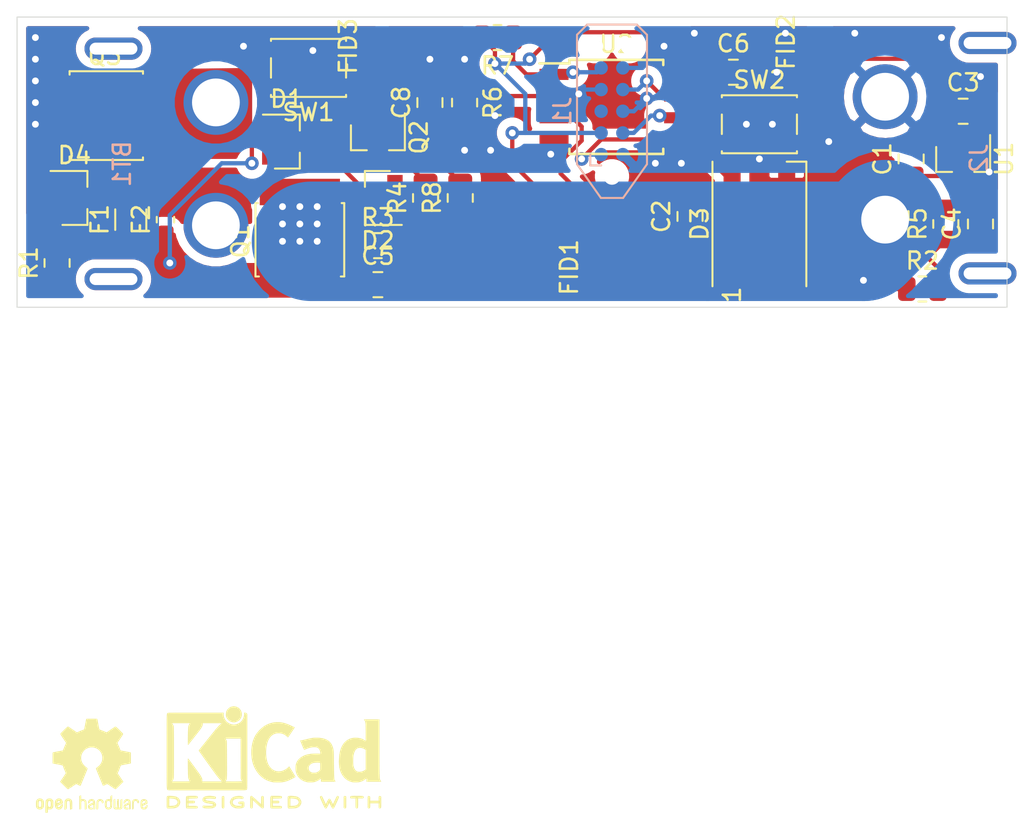
<source format=kicad_pcb>
(kicad_pcb (version 20171130) (host pcbnew 5.1.9-73d0e3b20d~88~ubuntu20.04.1)
  (layers (0 F.Cu signal) (31 B.Cu signal hide) (34 B.Paste user hide) (35 F.Paste user hide) (36 B.SilkS user hide) (37 F.SilkS user hide) (38 B.Mask user hide) (39 F.Mask user hide) (44 Edge.Cuts user))
  (net 0 "")
  (net 1 GND)
  (net 2 VBUS)
  (net 3 +5V)
  (net 4 /V_SENSE)
  (net 5 "Net-(C5-Pad1)")
  (net 6 /POWER_GATE)
  (net 7 "Net-(D1-Pad1)")
  (net 8 "Net-(D3-Pad2)")
  (net 9 /LED_IN)
  (net 10 "Net-(D4-Pad1)")
  (net 11 "Net-(BT1-Pad1)")
  (net 12 "Net-(Q2-Pad3)")
  (net 13 "Net-(BT1-Pad2)")
  (net 14 "Net-(R4-Pad2)")
  (net 15 /SCK)
  (net 16 /MISO)
  (net 17 /~RESET)
  (net 18 "Net-(D1-Pad2)")
  (net 19 "Net-(J1-Pad3)")
  (module Connector:Tag-Connect_TC2050-IDC-NL_2x05_P1.27mm_Vertical (layer B.Cu) (at 117.856 80.518 90)
    (fp_text reference J1 (at 0 -2.9 90) (layer B.SilkS) (effects (justify mirror)))
    (fp_text value AVR-ISP-10)
    (pad 10 connect circle (at -2.54 0.635 90) (size 0.7874 0.7874) (layers B.Cu B.Mask) (net 1 GND))
    (pad 9 connect circle (at -1.27 0.635 90) (size 0.7874 0.7874) (layers B.Cu B.Mask) (net 16 /MISO))
    (pad 8 connect circle (at 0 0.635 90) (size 0.7874 0.7874) (layers B.Cu B.Mask) (net 1 GND))
    (pad 7 connect circle (at 1.27 0.635 90) (size 0.7874 0.7874) (layers B.Cu B.Mask) (net 15 /SCK))
    (pad 6 connect circle (at 2.54 0.635 90) (size 0.7874 0.7874) (layers B.Cu B.Mask) (net 1 GND))
    (pad 5 connect circle (at 2.54 -0.635 90) (size 0.7874 0.7874) (layers B.Cu B.Mask) (net 17 /~RESET))
    (pad 4 connect circle (at 1.27 -0.635 90) (size 0.7874 0.7874) (layers B.Cu B.Mask) (net 1 GND))
    (pad 3 connect circle (at 0 -0.635 90) (size 0.7874 0.7874) (layers B.Cu B.Mask) (net 19 "Net-(J1-Pad3)"))
    (pad 2 connect circle (at -1.27 -0.635 90) (size 0.7874 0.7874) (layers B.Cu B.Mask) (net 3 +5V))
    (pad 1 connect circle (at -2.54 -0.635 90) (size 0.7874 0.7874) (layers B.Cu B.Mask) (net 9 /LED_IN))
    (pad "" np_thru_hole circle (at -3.81 0 90) (size 0.9906 0.9906) (drill 0.9906) (layers *.Cu *.Mask))
    (pad "" np_thru_hole circle (at 3.81 -1.016 90) (size 0.9906 0.9906) (drill 0.9906) (layers *.Cu *.Mask))
    (pad "" np_thru_hole circle (at 3.81 1.016 90) (size 0.9906 0.9906) (drill 0.9906) (layers *.Cu *.Mask))
  )
  (module Resistor_SMD:R_0805_2012Metric (layer F.Cu) (at 111.1485 76.2 180)
    (fp_text reference R7 (at 0 -1.65) (layer F.SilkS))
    (fp_text value 33k)
    (pad 2 smd roundrect (at 0.9125 0 180) (size 1.025 1.4) (layers F.Cu F.Paste F.Mask) (roundrect_rratio 0.243902) (net 3 +5V))
    (pad 1 smd roundrect (at -0.9125 0 180) (size 1.025 1.4) (layers F.Cu F.Paste F.Mask) (roundrect_rratio 0.243902) (net 17 /~RESET))
  )
  (module Package_TO_SOT_SMD:LFPAK56 (layer F.Cu) (at 99.568 87.884 90)
    (fp_text reference Q1 (at -0.245 -3.48 90) (layer F.SilkS))
    (fp_text value SQJ457EP)
    (pad 5 smd custom (at 0.435 0 90) (size 3.3 4.2) (layers F.Cu F.Mask) (net 2 VBUS) (options (clearance outline) (anchor rect)) (primitives (gr_poly (pts (xy 1.425 -2.35) (xy 2.975 -2.35) (xy 2.975 2.35) (xy 1.425 2.35)) (width 0))))
    (pad 4 smd rect (at -2.835 1.91) (size 0.7 1.15) (layers F.Cu F.Paste F.Mask) (net 5 "Net-(C5-Pad1)"))
    (pad 3 smd rect (at -2.835 0.64) (size 0.7 1.15) (layers F.Cu F.Paste F.Mask) (net 18 "Net-(D1-Pad2)"))
    (pad 1 smd rect (at -2.835 -1.91) (size 0.7 1.15) (layers F.Cu F.Paste F.Mask) (net 18 "Net-(D1-Pad2)"))
    (pad 2 smd rect (at -2.835 -0.64) (size 0.7 1.15) (layers F.Cu F.Paste F.Mask) (net 18 "Net-(D1-Pad2)"))
  )
  (module Button_Switch_SMD:SW_SPST_PTS810 (layer F.Cu) (at 126.492 81.28)
    (fp_text reference SW2 (at 0 -2.6) (layer F.SilkS))
    (fp_text value SW_Push)
    (pad 2 smd rect (at 2.075 1.075) (size 1.05 0.65) (layers F.Cu F.Paste F.Mask) (net 1 GND))
    (pad 2 smd rect (at -2.075 1.075) (size 1.05 0.65) (layers F.Cu F.Paste F.Mask) (net 1 GND))
    (pad 1 smd rect (at 2.075 -1.075) (size 1.05 0.65) (layers F.Cu F.Paste F.Mask) (net 15 /SCK))
    (pad 1 smd rect (at -2.075 -1.075) (size 1.05 0.65) (layers F.Cu F.Paste F.Mask) (net 15 /SCK))
  )
  (module Button_Switch_SMD:SW_SPST_PTS810 (layer F.Cu) (at 100.076 77.978 180)
    (fp_text reference SW1 (at 0 -2.6) (layer F.SilkS))
    (fp_text value SW_Push)
    (pad 2 smd rect (at 2.075 1.075 180) (size 1.05 0.65) (layers F.Cu F.Paste F.Mask) (net 1 GND))
    (pad 2 smd rect (at -2.075 1.075 180) (size 1.05 0.65) (layers F.Cu F.Paste F.Mask) (net 1 GND))
    (pad 1 smd rect (at 2.075 -1.075 180) (size 1.05 0.65) (layers F.Cu F.Paste F.Mask) (net 14 "Net-(R4-Pad2)"))
    (pad 1 smd rect (at -2.075 -1.075 180) (size 1.05 0.65) (layers F.Cu F.Paste F.Mask) (net 14 "Net-(R4-Pad2)"))
  )
  (module RSSD_Mixed:AMASS_XT60-F_1x02_P7.20mm_Horizontal (layer B.Cu) (at 133.858 86.868 90)
    (fp_text reference J2 (at 3.6 5.5 -90) (layer B.SilkS) (effects (justify mirror)))
    (fp_text value Conn_01x02_Female)
    (pad 2 thru_hole circle (at 7.2 0 90) (size 3.8 3.8) (drill 2.8) (layers *.Cu *.Paste *.Mask) (net 1 GND))
    (pad 1 thru_hole circle (at 0 0 90) (size 3.8 3.8) (drill 2.8) (layers *.Cu *.Paste *.Mask) (net 2 VBUS))
    (pad "" thru_hole oval (at 10.35 6 90) (size 1.3 3.4) (drill oval 0.7 2.8) (layers *.Cu *.Mask))
    (pad "" thru_hole oval (at -3.15 6 90) (size 1.3 3.4) (drill oval 0.7 2.8) (layers *.Cu *.Mask))
  )
  (module RSSD_Mixed:Fiducial_1mm_Mask2mm_Paste (layer F.Cu) (at 104.394 76.708 90)
    (fp_text reference FID3 (at 0 -2 90) (layer F.SilkS))
    (fp_text value Fiducial)
    (pad "" smd circle (at 0 0 90) (size 1 1) (layers F.Cu F.Paste F.Mask) (clearance 0.5))
  )
  (module RSSD_Mixed:Fiducial_1mm_Mask2mm_Paste (layer F.Cu) (at 130.048 76.454 90)
    (fp_text reference FID2 (at 0 -2 90) (layer F.SilkS))
    (fp_text value Fiducial)
    (pad "" smd circle (at 0 0 90) (size 1 1) (layers F.Cu F.Paste F.Mask) (clearance 0.5))
  )
  (module RSSD_Mixed:Fiducial_1mm_Mask2mm_Paste (layer F.Cu) (at 117.348 89.662 90)
    (fp_text reference FID1 (at 0 -2 90) (layer F.SilkS))
    (fp_text value Fiducial)
    (pad "" smd circle (at 0 0 90) (size 1 1) (layers F.Cu F.Paste F.Mask) (clearance 0.5))
  )
  (module RSSD_Mixed:AMASS_XT60-M_1x02_P7.20mm_Horizontal (layer B.Cu) (at 94.65 80 270)
    (fp_text reference BT1 (at 3.6 5.5 270) (layer B.SilkS) (effects (justify mirror)))
    (fp_text value Battery)
    (pad 1 thru_hole circle (at 7.2 0 270) (size 3.8 3.8) (drill 2.8) (layers *.Cu *.Paste *.Mask) (net 11 "Net-(BT1-Pad1)"))
    (pad 2 thru_hole circle (at 0 0 270) (size 3.8 3.8) (drill 2.8) (layers *.Cu *.Paste *.Mask) (net 13 "Net-(BT1-Pad2)"))
    (pad "" thru_hole oval (at 10.35 6 270) (size 1.3 3.4) (drill oval 0.7 2.8) (layers *.Cu *.Mask))
    (pad "" thru_hole oval (at -3.15 6 270) (size 1.3 3.4) (drill oval 0.7 2.8) (layers *.Cu *.Mask))
  )
  (module Package_SO:SOIJ-8_5.3x5.3mm_P1.27mm (layer F.Cu) (at 118.11 80.264)
    (fp_text reference U2 (at 0 -3.68) (layer F.SilkS))
    (fp_text value ATtiny85-20SU)
    (pad 8 smd rect (at 3.65 -1.905) (size 1.7 0.65) (layers F.Cu F.Paste F.Mask) (net 3 +5V))
    (pad 7 smd rect (at 3.65 -0.635) (size 1.7 0.65) (layers F.Cu F.Paste F.Mask) (net 15 /SCK))
    (pad 6 smd rect (at 3.65 0.635) (size 1.7 0.65) (layers F.Cu F.Paste F.Mask) (net 16 /MISO))
    (pad 5 smd rect (at 3.65 1.905) (size 1.7 0.65) (layers F.Cu F.Paste F.Mask) (net 9 /LED_IN))
    (pad 4 smd rect (at -3.65 1.905) (size 1.7 0.65) (layers F.Cu F.Paste F.Mask) (net 1 GND))
    (pad 3 smd rect (at -3.65 0.635) (size 1.7 0.65) (layers F.Cu F.Paste F.Mask) (net 4 /V_SENSE))
    (pad 2 smd rect (at -3.65 -0.635) (size 1.7 0.65) (layers F.Cu F.Paste F.Mask) (net 6 /POWER_GATE))
    (pad 1 smd rect (at -3.65 -1.905) (size 1.7 0.65) (layers F.Cu F.Paste F.Mask) (net 17 /~RESET))
  )
  (module Package_TO_SOT_SMD:SOT-23 (layer F.Cu) (at 138.43 83.312 270)
    (fp_text reference U1 (at 0 -2.4 90) (layer F.SilkS))
    (fp_text value MCP1799)
    (pad 3 smd rect (at 1 0 270) (size 0.9 0.8) (layers F.Cu F.Paste F.Mask) (net 2 VBUS))
    (pad 2 smd rect (at -1 0.95 270) (size 0.9 0.8) (layers F.Cu F.Paste F.Mask) (net 3 +5V))
    (pad 1 smd rect (at -1 -0.95 270) (size 0.9 0.8) (layers F.Cu F.Paste F.Mask) (net 1 GND))
  )
  (module Resistor_SMD:R_0805_2012Metric (layer F.Cu) (at 108.966 85.598 90)
    (fp_text reference R8 (at 0 -1.65 90) (layer F.SilkS))
    (fp_text value 3k3)
    (pad 2 smd roundrect (at 0.9125 0 90) (size 1.025 1.4) (layers F.Cu F.Paste F.Mask) (roundrect_rratio 0.243902) (net 12 "Net-(Q2-Pad3)"))
    (pad 1 smd roundrect (at -0.9125 0 90) (size 1.025 1.4) (layers F.Cu F.Paste F.Mask) (roundrect_rratio 0.243902) (net 5 "Net-(C5-Pad1)"))
  )
  (module Resistor_SMD:R_0805_2012Metric (layer F.Cu) (at 109.22 80.01 270)
    (fp_text reference R6 (at 0 -1.65 90) (layer F.SilkS))
    (fp_text value 33k)
    (pad 2 smd roundrect (at 0.9125 0 270) (size 1.025 1.4) (layers F.Cu F.Paste F.Mask) (roundrect_rratio 0.243902) (net 6 /POWER_GATE))
    (pad 1 smd roundrect (at -0.9125 0 270) (size 1.025 1.4) (layers F.Cu F.Paste F.Mask) (roundrect_rratio 0.243902) (net 1 GND))
  )
  (module Resistor_SMD:R_0805_2012Metric (layer F.Cu) (at 137.414 87.122 90)
    (fp_text reference R5 (at 0 -1.65 90) (layer F.SilkS))
    (fp_text value 3k3)
    (pad 2 smd roundrect (at 0.9125 0 90) (size 1.025 1.4) (layers F.Cu F.Paste F.Mask) (roundrect_rratio 0.243902) (net 1 GND))
    (pad 1 smd roundrect (at -0.9125 0 90) (size 1.025 1.4) (layers F.Cu F.Paste F.Mask) (roundrect_rratio 0.243902) (net 4 /V_SENSE))
  )
  (module Resistor_SMD:R_0805_2012Metric (layer F.Cu) (at 106.934 85.598 90)
    (fp_text reference R4 (at 0 -1.65 90) (layer F.SilkS))
    (fp_text value 3k3)
    (pad 2 smd roundrect (at 0.9125 0 90) (size 1.025 1.4) (layers F.Cu F.Paste F.Mask) (roundrect_rratio 0.243902) (net 14 "Net-(R4-Pad2)"))
    (pad 1 smd roundrect (at -0.9125 0 90) (size 1.025 1.4) (layers F.Cu F.Paste F.Mask) (roundrect_rratio 0.243902) (net 5 "Net-(C5-Pad1)"))
  )
  (module Resistor_SMD:R_0805_2012Metric (layer F.Cu) (at 104.14 88.392)
    (fp_text reference R3 (at 0 -1.65) (layer F.SilkS))
    (fp_text value 33k)
    (pad 2 smd roundrect (at 0.9125 0) (size 1.025 1.4) (layers F.Cu F.Paste F.Mask) (roundrect_rratio 0.243902) (net 5 "Net-(C5-Pad1)"))
    (pad 1 smd roundrect (at -0.9125 0) (size 1.025 1.4) (layers F.Cu F.Paste F.Mask) (roundrect_rratio 0.243902) (net 18 "Net-(D1-Pad2)"))
  )
  (module Resistor_SMD:R_0805_2012Metric (layer F.Cu) (at 136.0405 90.932)
    (fp_text reference R2 (at 0 -1.65) (layer F.SilkS))
    (fp_text value 33k)
    (pad 2 smd roundrect (at 0.9125 0) (size 1.025 1.4) (layers F.Cu F.Paste F.Mask) (roundrect_rratio 0.243902) (net 4 /V_SENSE))
    (pad 1 smd roundrect (at -0.9125 0) (size 1.025 1.4) (layers F.Cu F.Paste F.Mask) (roundrect_rratio 0.243902) (net 2 VBUS))
  )
  (module Resistor_SMD:R_0805_2012Metric (layer F.Cu) (at 85.344 89.408 90)
    (fp_text reference R1 (at 0 -1.65 90) (layer F.SilkS))
    (fp_text value 33k)
    (pad 2 smd roundrect (at 0.9125 0 90) (size 1.025 1.4) (layers F.Cu F.Paste F.Mask) (roundrect_rratio 0.243902) (net 10 "Net-(D4-Pad1)"))
    (pad 1 smd roundrect (at -0.9125 0 90) (size 1.025 1.4) (layers F.Cu F.Paste F.Mask) (roundrect_rratio 0.243902) (net 18 "Net-(D1-Pad2)"))
  )
  (module Package_TO_SOT_SMD:LFPAK56 (layer F.Cu) (at 88.392 80.772)
    (fp_text reference Q3 (at -0.245 -3.48) (layer F.SilkS))
    (fp_text value PSMN5R2-60YL)
    (pad 5 smd custom (at 0.435 0) (size 3.3 4.2) (layers F.Cu F.Mask) (net 13 "Net-(BT1-Pad2)") (options (clearance outline) (anchor rect)) (primitives (gr_poly (pts (xy 1.425 -2.35) (xy 2.975 -2.35) (xy 2.975 2.35) (xy 1.425 2.35)) (width 0))))
    (pad 4 smd rect (at -2.835 1.91 270) (size 0.7 1.15) (layers F.Cu F.Paste F.Mask) (net 10 "Net-(D4-Pad1)"))
    (pad 3 smd rect (at -2.835 0.64 270) (size 0.7 1.15) (layers F.Cu F.Paste F.Mask) (net 1 GND))
    (pad 1 smd rect (at -2.835 -1.91 270) (size 0.7 1.15) (layers F.Cu F.Paste F.Mask) (net 1 GND))
    (pad 2 smd rect (at -2.835 -0.64 270) (size 0.7 1.15) (layers F.Cu F.Paste F.Mask) (net 1 GND))
  )
  (module Package_TO_SOT_SMD:SOT-23 (layer F.Cu) (at 104.14 82.042 270)
    (fp_text reference Q2 (at 0 -2.4 90) (layer F.SilkS))
    (fp_text value BSS123)
    (pad 3 smd rect (at 1 0 270) (size 0.9 0.8) (layers F.Cu F.Paste F.Mask) (net 12 "Net-(Q2-Pad3)"))
    (pad 2 smd rect (at -1 0.95 270) (size 0.9 0.8) (layers F.Cu F.Paste F.Mask) (net 1 GND))
    (pad 1 smd rect (at -1 -0.95 270) (size 0.9 0.8) (layers F.Cu F.Paste F.Mask) (net 6 /POWER_GATE))
  )
  (module Symbol:KiCad-Logo2_5mm_SilkScreen (layer F.Cu) (at 98.044 118.364)
    (fp_text reference LOGO2 hide)
    (fp_text value Kicad hide)
  )
  (module Symbol:OSHW-Logo2_7.3x6mm_SilkScreen (layer F.Cu) (at 87.376 118.872)
    (fp_text reference LOGO1 hide)
    (fp_text value oshw hide)
  )
  (module Fuse:Fuse_0603_1608Metric (layer F.Cu) (at 91.694 86.868 90)
    (fp_text reference F2 (at 0 -1.43 90) (layer F.SilkS))
    (fp_text value Fuse)
    (pad 2 smd roundrect (at 0.7875 0 90) (size 0.875 0.95) (layers F.Cu F.Paste F.Mask) (net 11 "Net-(BT1-Pad1)"))
    (pad 1 smd roundrect (at -0.7875 0 90) (size 0.875 0.95) (layers F.Cu F.Paste F.Mask) (net 18 "Net-(D1-Pad2)"))
  )
  (module Fuse:Fuse_1206_3216Metric (layer F.Cu) (at 89.662 86.868 90)
    (fp_text reference F1 (at 0 -1.82 90) (layer F.SilkS))
    (fp_text value Fuse)
    (pad 2 smd roundrect (at 1.4 0 90) (size 1.25 1.75) (layers F.Cu F.Paste F.Mask) (roundrect_rratio 0.2) (net 11 "Net-(BT1-Pad1)"))
    (pad 1 smd roundrect (at -1.4 0 90) (size 1.25 1.75) (layers F.Cu F.Paste F.Mask) (roundrect_rratio 0.2) (net 18 "Net-(D1-Pad2)"))
  )
  (module Diode_SMD:D_SOT-23_ANK (layer F.Cu) (at 86.36 85.598)
    (fp_text reference D4 (at 0 -2.5) (layer F.SilkS))
    (fp_text value LBZX84C10LT1G)
    (pad 1 smd rect (at 1 0) (size 0.9 0.8) (layers F.Cu F.Paste F.Mask) (net 10 "Net-(D4-Pad1)"))
    (pad "" smd rect (at -1 0.95) (size 0.9 0.8) (layers F.Cu F.Paste F.Mask))
    (pad 2 smd rect (at -1 -0.95) (size 0.9 0.8) (layers F.Cu F.Paste F.Mask) (net 1 GND))
  )
  (module LED_SMD:LED_WS2812B_PLCC4_5.0x5.0mm_P3.2mm (layer F.Cu) (at 126.492 87.122 90)
    (fp_text reference D3 (at 0 -3.5 90) (layer F.SilkS))
    (fp_text value WS2812B)
    (fp_text user 1 (at -4.15 -1.6 90) (layer F.SilkS))
    (pad 1 smd rect (at -2.45 -1.6 90) (size 1.5 1) (layers F.Cu F.Paste F.Mask) (net 3 +5V))
    (pad 2 smd rect (at -2.45 1.6 90) (size 1.5 1) (layers F.Cu F.Paste F.Mask) (net 8 "Net-(D3-Pad2)"))
    (pad 4 smd rect (at 2.45 -1.6 90) (size 1.5 1) (layers F.Cu F.Paste F.Mask) (net 9 /LED_IN))
    (pad 3 smd rect (at 2.45 1.6 90) (size 1.5 1) (layers F.Cu F.Paste F.Mask) (net 1 GND))
  )
  (module Diode_SMD:D_SOT-23_ANK (layer F.Cu) (at 104.14 85.598 180)
    (fp_text reference D2 (at 0 -2.5) (layer F.SilkS))
    (fp_text value LBZX84C10LT1G)
    (pad 1 smd rect (at 1 0 180) (size 0.9 0.8) (layers F.Cu F.Paste F.Mask) (net 7 "Net-(D1-Pad1)"))
    (pad "" smd rect (at -1 0.95 180) (size 0.9 0.8) (layers F.Cu F.Paste F.Mask))
    (pad 2 smd rect (at -1 -0.95 180) (size 0.9 0.8) (layers F.Cu F.Paste F.Mask) (net 5 "Net-(C5-Pad1)"))
  )
  (module Diode_SMD:D_SOT-23_ANK (layer F.Cu) (at 98.806 82.296)
    (fp_text reference D1 (at 0 -2.5) (layer F.SilkS))
    (fp_text value LBZX84C10LT1G)
    (pad 1 smd rect (at 1 0) (size 0.9 0.8) (layers F.Cu F.Paste F.Mask) (net 7 "Net-(D1-Pad1)"))
    (pad "" smd rect (at -1 0.95) (size 0.9 0.8) (layers F.Cu F.Paste F.Mask))
    (pad 2 smd rect (at -1 -0.95) (size 0.9 0.8) (layers F.Cu F.Paste F.Mask) (net 18 "Net-(D1-Pad2)"))
  )
  (module Capacitor_SMD:C_0805_2012Metric (layer F.Cu) (at 107.188 80.01 90)
    (fp_text reference C8 (at 0 -1.68 90) (layer F.SilkS))
    (fp_text value 100n)
    (pad 2 smd roundrect (at 0.95 0 90) (size 1 1.45) (layers F.Cu F.Paste F.Mask) (net 1 GND))
    (pad 1 smd roundrect (at -0.95 0 90) (size 1 1.45) (layers F.Cu F.Paste F.Mask) (net 6 /POWER_GATE))
  )
  (module Capacitor_SMD:C_0805_2012Metric (layer F.Cu) (at 124.968 78.232)
    (fp_text reference C6 (at 0 -1.68) (layer F.SilkS))
    (fp_text value 100n)
    (pad 2 smd roundrect (at 0.95 0) (size 1 1.45) (layers F.Cu F.Paste F.Mask) (net 1 GND))
    (pad 1 smd roundrect (at -0.95 0) (size 1 1.45) (layers F.Cu F.Paste F.Mask) (net 3 +5V))
  )
  (module Capacitor_SMD:C_0805_2012Metric (layer F.Cu) (at 104.14 90.678)
    (fp_text reference C5 (at 0 -1.68) (layer F.SilkS))
    (fp_text value 100n)
    (pad 2 smd roundrect (at 0.95 0) (size 1 1.45) (layers F.Cu F.Paste F.Mask) (net 1 GND))
    (pad 1 smd roundrect (at -0.95 0) (size 1 1.45) (layers F.Cu F.Paste F.Mask) (net 5 "Net-(C5-Pad1)"))
  )
  (module Capacitor_SMD:C_0805_2012Metric (layer F.Cu) (at 139.446 87.122 90)
    (fp_text reference C4 (at 0 -1.68 90) (layer F.SilkS))
    (fp_text value 100n)
    (pad 2 smd roundrect (at 0.95 0 90) (size 1 1.45) (layers F.Cu F.Paste F.Mask) (net 1 GND))
    (pad 1 smd roundrect (at -0.95 0 90) (size 1 1.45) (layers F.Cu F.Paste F.Mask) (net 4 /V_SENSE))
  )
  (module Capacitor_SMD:C_0805_2012Metric (layer F.Cu) (at 138.43 80.518)
    (fp_text reference C3 (at 0 -1.68) (layer F.SilkS))
    (fp_text value 1u)
    (pad 2 smd roundrect (at 0.95 0) (size 1 1.45) (layers F.Cu F.Paste F.Mask) (net 1 GND))
    (pad 1 smd roundrect (at -0.95 0) (size 1 1.45) (layers F.Cu F.Paste F.Mask) (net 3 +5V))
  )
  (module Capacitor_SMD:C_0805_2012Metric (layer F.Cu) (at 122.428 86.68 90)
    (fp_text reference C2 (at 0 -1.68 90) (layer F.SilkS))
    (fp_text value 100n)
    (pad 2 smd roundrect (at 0.95 0 90) (size 1 1.45) (layers F.Cu F.Paste F.Mask) (net 1 GND))
    (pad 1 smd roundrect (at -0.95 0 90) (size 1 1.45) (layers F.Cu F.Paste F.Mask) (net 3 +5V))
  )
  (module Capacitor_SMD:C_0805_2012Metric (layer F.Cu) (at 135.382 83.312 90)
    (fp_text reference C1 (at 0 -1.68 90) (layer F.SilkS))
    (fp_text value 100n)
    (pad 2 smd roundrect (at 0.95 0 90) (size 1 1.45) (layers F.Cu F.Paste F.Mask) (net 1 GND))
    (pad 1 smd roundrect (at -0.95 0 90) (size 1 1.45) (layers F.Cu F.Paste F.Mask) (net 2 VBUS))
  )
  (gr_line (start 141 75) (end 83 75) (layer Edge.Cuts) (width 0.05))
  (gr_line (start 141 92) (end 141 75) (layer Edge.Cuts) (width 0.05))
  (gr_line (start 83 92) (end 141 92) (layer Edge.Cuts) (width 0.05))
  (gr_line (start 83 75) (end 83 92) (layer Edge.Cuts) (width 0.05))
  (via (at 98.552 86.106) (size 0.8) (drill 0.4) (layers F.Cu B.Cu) (net 2))
  (via (at 99.568 86.106) (size 0.8) (drill 0.4) (layers F.Cu B.Cu) (net 2))
  (via (at 100.584 86.106) (size 0.8) (drill 0.4) (layers F.Cu B.Cu) (net 2))
  (via (at 100.584 87.122) (size 0.8) (drill 0.4) (layers F.Cu B.Cu) (net 2))
  (via (at 99.568 87.122) (size 0.8) (drill 0.4) (layers F.Cu B.Cu) (net 2))
  (via (at 98.552 87.122) (size 0.8) (drill 0.4) (layers F.Cu B.Cu) (net 2))
  (via (at 98.552 88.138) (size 0.8) (drill 0.4) (layers F.Cu B.Cu) (net 2))
  (via (at 99.568 88.138) (size 0.8) (drill 0.4) (layers F.Cu B.Cu) (net 2))
  (via (at 100.584 88.138) (size 0.8) (drill 0.4) (layers F.Cu B.Cu) (net 2))
  (segment (start 114.46 82.169) (end 114.46 82.841111) (width 0.25) (layer F.Cu) (net 1))
  (segment (start 114.46 82.841111) (end 114.26767 83.033441) (width 0.25) (layer F.Cu) (net 1))
  (via (at 114.26767 83.033441) (size 0.8) (drill 0.4) (layers F.Cu B.Cu) (net 1))
  (segment (start 119.634 77.978) (end 120.904 76.708) (width 0.25) (layer B.Cu) (net 1))
  (via (at 120.904 76.708) (size 0.8) (drill 0.4) (layers F.Cu B.Cu) (net 1))
  (segment (start 118.491 77.978) (end 119.634 77.978) (width 0.25) (layer B.Cu) (net 1))
  (via (at 115.910002 79.502) (size 0.8) (drill 0.4) (layers F.Cu B.Cu) (net 1))
  (segment (start 116.164002 79.248) (end 115.910002 79.502) (width 0.25) (layer B.Cu) (net 1))
  (segment (start 117.221 79.248) (end 116.164002 79.248) (width 0.25) (layer B.Cu) (net 1))
  (via (at 119.888043 79.765362) (size 0.8) (drill 0.4) (layers F.Cu B.Cu) (net 1))
  (segment (start 118.491 80.518) (end 119.135405 80.518) (width 0.25) (layer B.Cu) (net 1))
  (segment (start 119.135405 80.518) (end 119.888043 79.765362) (width 0.25) (layer B.Cu) (net 1))
  (via (at 107.188 77.47) (size 0.8) (drill 0.4) (layers F.Cu B.Cu) (net 1))
  (via (at 109.22 77.47) (size 0.8) (drill 0.4) (layers F.Cu B.Cu) (net 1))
  (via (at 100.33 76.962) (size 0.8) (drill 0.4) (layers F.Cu B.Cu) (net 1))
  (via (at 96.266 76.708) (size 0.8) (drill 0.4) (layers F.Cu B.Cu) (net 1))
  (via (at 84.074 76.2) (size 0.8) (drill 0.4) (layers F.Cu B.Cu) (net 1))
  (via (at 84.074 77.47) (size 0.8) (drill 0.4) (layers F.Cu B.Cu) (net 1))
  (via (at 84.074 78.74) (size 0.8) (drill 0.4) (layers F.Cu B.Cu) (net 1))
  (via (at 84.074 80.01) (size 0.8) (drill 0.4) (layers F.Cu B.Cu) (net 1))
  (via (at 84.074 81.28) (size 0.8) (drill 0.4) (layers F.Cu B.Cu) (net 1))
  (via (at 109.22 82.804) (size 0.8) (drill 0.4) (layers F.Cu B.Cu) (net 1))
  (via (at 110.998 80.772) (size 0.8) (drill 0.4) (layers F.Cu B.Cu) (net 1))
  (via (at 110.744 82.804) (size 0.8) (drill 0.4) (layers F.Cu B.Cu) (net 1))
  (via (at 121.92 83.566) (size 0.8) (drill 0.4) (layers F.Cu B.Cu) (net 1))
  (via (at 120.396 83.566) (size 0.8) (drill 0.4) (layers F.Cu B.Cu) (net 1))
  (via (at 125.73 81.28) (size 0.8) (drill 0.4) (layers F.Cu B.Cu) (net 1))
  (via (at 127.254 81.28) (size 0.8) (drill 0.4) (layers F.Cu B.Cu) (net 1))
  (via (at 126.492 83.312) (size 0.8) (drill 0.4) (layers F.Cu B.Cu) (net 1))
  (via (at 130.556 82.296) (size 0.8) (drill 0.4) (layers F.Cu B.Cu) (net 1))
  (via (at 127.508 78.232) (size 0.8) (drill 0.4) (layers F.Cu B.Cu) (net 1))
  (via (at 122.682 75.946) (size 0.8) (drill 0.4) (layers F.Cu B.Cu) (net 1))
  (via (at 128.016 75.946) (size 0.8) (drill 0.4) (layers F.Cu B.Cu) (net 1))
  (via (at 132.08 75.946) (size 0.8) (drill 0.4) (layers F.Cu B.Cu) (net 1))
  (via (at 137.16 76.2) (size 0.8) (drill 0.4) (layers F.Cu B.Cu) (net 1))
  (via (at 139.446 78.486) (size 0.8) (drill 0.4) (layers F.Cu B.Cu) (net 1))
  (via (at 139.954 84.074) (size 0.8) (drill 0.4) (layers F.Cu B.Cu) (net 1))
  (segment (start 132.588 88.138) (end 133.858 86.868) (width 7) (layer B.Cu) (net 2))
  (segment (start 123.444 88.138) (end 132.588 88.138) (width 7) (layer B.Cu) (net 2))
  (segment (start 123.444 88.138) (end 100.250001 88.138) (width 7) (layer B.Cu) (net 2))
  (segment (start 135.128 90.932) (end 133.096 90.932) (width 0.25) (layer F.Cu) (net 2))
  (segment (start 133.096 90.932) (end 132.588 90.424) (width 0.25) (layer F.Cu) (net 2))
  (via (at 132.588 90.424) (size 0.8) (drill 0.4) (layers F.Cu B.Cu) (net 2))
  (segment (start 133.858 85.786) (end 135.382 84.262) (width 0.25) (layer F.Cu) (net 2))
  (segment (start 133.858 86.868) (end 133.858 85.786) (width 0.25) (layer F.Cu) (net 2))
  (segment (start 135.432 84.312) (end 135.382 84.262) (width 0.25) (layer F.Cu) (net 2))
  (segment (start 138.43 84.312) (end 135.432 84.312) (width 0.25) (layer F.Cu) (net 2))
  (segment (start 137.48 82.312) (end 137.48 80.518) (width 0.25) (layer F.Cu) (net 3))
  (segment (start 121.887 78.232) (end 121.76 78.359) (width 0.25) (layer F.Cu) (net 3))
  (segment (start 124.018 78.232) (end 121.887 78.232) (width 0.25) (layer F.Cu) (net 3))
  (segment (start 110.998 76.962) (end 110.236 76.2) (width 0.25) (layer F.Cu) (net 3))
  (via (at 110.998 77.724) (size 0.8) (drill 0.4) (layers F.Cu B.Cu) (net 3))
  (segment (start 112.776 79.502) (end 110.998 77.724) (width 0.25) (layer B.Cu) (net 3))
  (segment (start 112.776 81.788) (end 112.776 79.502) (width 0.25) (layer B.Cu) (net 3))
  (segment (start 117.221 81.788) (end 112.776 81.788) (width 0.25) (layer B.Cu) (net 3))
  (segment (start 110.998 77.724) (end 110.998 76.962) (width 0.25) (layer F.Cu) (net 3))
  (segment (start 124.37 89.572) (end 122.428 87.63) (width 0.25) (layer F.Cu) (net 3))
  (segment (start 124.892 89.572) (end 124.37 89.572) (width 0.25) (layer F.Cu) (net 3))
  (segment (start 122.428 87.63) (end 116.078 87.63) (width 0.25) (layer F.Cu) (net 3))
  (via (at 112.014 81.788) (size 0.8) (drill 0.4) (layers F.Cu B.Cu) (net 3))
  (segment (start 112.014 83.566) (end 112.014 81.788) (width 0.25) (layer F.Cu) (net 3))
  (segment (start 116.078 87.63) (end 112.014 83.566) (width 0.25) (layer F.Cu) (net 3))
  (segment (start 112.014 81.788) (end 112.776 81.788) (width 0.25) (layer B.Cu) (net 3))
  (segment (start 128.922999 76.962) (end 125.288 76.962) (width 0.25) (layer F.Cu) (net 3))
  (segment (start 128.922999 76.994001) (end 128.922999 76.962) (width 0.25) (layer F.Cu) (net 3))
  (segment (start 130.588001 77.579001) (end 129.507999 77.579001) (width 0.25) (layer F.Cu) (net 3))
  (segment (start 125.288 76.962) (end 124.018 78.232) (width 0.25) (layer F.Cu) (net 3))
  (segment (start 131.034502 77.1325) (end 130.588001 77.579001) (width 0.25) (layer F.Cu) (net 3))
  (segment (start 131.345001 77.442999) (end 131.034502 77.1325) (width 0.25) (layer F.Cu) (net 3))
  (segment (start 137.48 79.793) (end 135.129999 77.442999) (width 0.25) (layer F.Cu) (net 3))
  (segment (start 129.507999 77.579001) (end 128.922999 76.994001) (width 0.25) (layer F.Cu) (net 3))
  (segment (start 135.129999 77.442999) (end 131.345001 77.442999) (width 0.25) (layer F.Cu) (net 3))
  (segment (start 137.48 80.518) (end 137.48 79.793) (width 0.25) (layer F.Cu) (net 3))
  (via (at 113.03 77.47) (size 0.8) (drill 0.4) (layers F.Cu B.Cu) (net 3))
  (segment (start 124.018 78.232) (end 121.673699 75.887699) (width 0.25) (layer F.Cu) (net 3))
  (segment (start 121.673699 75.887699) (end 114.612301 75.887699) (width 0.25) (layer F.Cu) (net 3))
  (segment (start 114.612301 75.887699) (end 113.03 77.47) (width 0.25) (layer F.Cu) (net 3))
  (segment (start 110.998 77.724) (end 112.776 77.724) (width 0.25) (layer B.Cu) (net 3))
  (segment (start 112.776 77.724) (end 113.03 77.47) (width 0.25) (layer B.Cu) (net 3))
  (segment (start 137.414 88.0345) (end 136.355499 89.093001) (width 0.25) (layer F.Cu) (net 4))
  (segment (start 136.953 89.690502) (end 136.355499 89.093001) (width 0.25) (layer F.Cu) (net 4))
  (segment (start 136.953 90.932) (end 136.953 89.690502) (width 0.25) (layer F.Cu) (net 4))
  (segment (start 114.844998 83.471998) (end 116.078 82.238996) (width 0.25) (layer F.Cu) (net 4))
  (segment (start 114.844998 84.168002) (end 114.844998 83.471998) (width 0.25) (layer F.Cu) (net 4))
  (segment (start 115.56 80.899) (end 114.46 80.899) (width 0.25) (layer F.Cu) (net 4))
  (segment (start 117.232006 86.55501) (end 114.844998 84.168002) (width 0.25) (layer F.Cu) (net 4))
  (segment (start 136.355499 89.093001) (end 129.448003 89.093001) (width 0.25) (layer F.Cu) (net 4))
  (segment (start 116.078 82.238996) (end 116.078 81.417) (width 0.25) (layer F.Cu) (net 4))
  (segment (start 126.910012 86.55501) (end 117.232006 86.55501) (width 0.25) (layer F.Cu) (net 4))
  (segment (start 116.078 81.417) (end 115.56 80.899) (width 0.25) (layer F.Cu) (net 4))
  (segment (start 129.448003 89.093001) (end 126.910012 86.55501) (width 0.25) (layer F.Cu) (net 4))
  (segment (start 139.4085 88.0345) (end 139.446 88.072) (width 0.25) (layer F.Cu) (net 4))
  (segment (start 137.414 88.0345) (end 139.4085 88.0345) (width 0.25) (layer F.Cu) (net 4))
  (segment (start 101.519 90.678) (end 101.478 90.719) (width 0.25) (layer F.Cu) (net 5))
  (segment (start 103.19 90.678) (end 101.519 90.678) (width 0.25) (layer F.Cu) (net 5))
  (segment (start 105.0525 88.8155) (end 105.0525 88.392) (width 0.25) (layer F.Cu) (net 5))
  (segment (start 103.19 90.678) (end 105.0525 88.8155) (width 0.25) (layer F.Cu) (net 5))
  (segment (start 105.0525 86.6355) (end 105.14 86.548) (width 0.25) (layer F.Cu) (net 5))
  (segment (start 105.0525 88.392) (end 105.0525 86.6355) (width 0.25) (layer F.Cu) (net 5))
  (segment (start 105.1775 86.5105) (end 105.14 86.548) (width 0.25) (layer F.Cu) (net 5))
  (segment (start 106.934 86.5105) (end 105.1775 86.5105) (width 0.25) (layer F.Cu) (net 5))
  (segment (start 108.966 86.5105) (end 106.934 86.5105) (width 0.25) (layer F.Cu) (net 5))
  (segment (start 107.106 81.042) (end 107.188 80.96) (width 0.25) (layer F.Cu) (net 6))
  (segment (start 105.09 81.042) (end 107.106 81.042) (width 0.25) (layer F.Cu) (net 6))
  (segment (start 109.1825 80.96) (end 109.22 80.9225) (width 0.25) (layer F.Cu) (net 6))
  (segment (start 107.188 80.96) (end 109.1825 80.96) (width 0.25) (layer F.Cu) (net 6))
  (segment (start 110.5135 79.629) (end 114.46 79.629) (width 0.25) (layer F.Cu) (net 6))
  (segment (start 109.22 80.9225) (end 110.5135 79.629) (width 0.25) (layer F.Cu) (net 6))
  (segment (start 103.14 84.93) (end 103.14 85.598) (width 0.25) (layer F.Cu) (net 7))
  (segment (start 100.506 82.296) (end 103.14 84.93) (width 0.25) (layer F.Cu) (net 7))
  (segment (start 99.806 82.296) (end 100.506 82.296) (width 0.25) (layer F.Cu) (net 7))
  (segment (start 122.389 82.169) (end 124.892 84.672) (width 0.25) (layer F.Cu) (net 9))
  (segment (start 121.76 82.169) (end 122.389 82.169) (width 0.25) (layer F.Cu) (net 9))
  (segment (start 116.332 83.058) (end 117.221 83.058) (width 0.25) (layer B.Cu) (net 9))
  (segment (start 116.078 83.312) (end 116.332 83.058) (width 0.25) (layer B.Cu) (net 9))
  (segment (start 117.221 82.169) (end 121.76 82.169) (width 0.25) (layer F.Cu) (net 9))
  (segment (start 116.078 83.312) (end 117.221 82.169) (width 0.25) (layer F.Cu) (net 9))
  (via (at 116.078 83.312) (size 0.8) (drill 0.4) (layers F.Cu B.Cu) (net 9))
  (segment (start 87.36 86.4795) (end 87.36 85.598) (width 0.25) (layer F.Cu) (net 10))
  (segment (start 85.344 88.4955) (end 87.36 86.4795) (width 0.25) (layer F.Cu) (net 10))
  (segment (start 87.36 84.485) (end 85.557 82.682) (width 0.25) (layer F.Cu) (net 10))
  (segment (start 87.36 85.598) (end 87.36 84.485) (width 0.25) (layer F.Cu) (net 10))
  (segment (start 94.65 87.2) (end 94.566 87.2) (width 0.25) (layer F.Cu) (net 11))
  (segment (start 93.4465 86.0805) (end 91.694 86.0805) (width 0.25) (layer F.Cu) (net 11))
  (segment (start 94.566 87.2) (end 93.4465 86.0805) (width 0.25) (layer F.Cu) (net 11))
  (segment (start 107.3225 83.042) (end 104.14 83.042) (width 0.25) (layer F.Cu) (net 12))
  (segment (start 108.966 84.6855) (end 107.3225 83.042) (width 0.25) (layer F.Cu) (net 12))
  (segment (start 98.001 79.053) (end 102.151 79.053) (width 0.25) (layer F.Cu) (net 14))
  (segment (start 102.151 79.053) (end 102.151 82.593) (width 0.25) (layer F.Cu) (net 14))
  (segment (start 106.171499 83.922999) (end 106.934 84.6855) (width 0.25) (layer F.Cu) (net 14))
  (segment (start 103.480999 83.922999) (end 106.171499 83.922999) (width 0.25) (layer F.Cu) (net 14))
  (segment (start 102.151 82.593) (end 103.480999 83.922999) (width 0.25) (layer F.Cu) (net 14))
  (via (at 119.888 78.74) (size 0.8) (drill 0.4) (layers F.Cu B.Cu) (net 15))
  (segment (start 118.491 79.248) (end 119.38 79.248) (width 0.25) (layer B.Cu) (net 15))
  (segment (start 119.38 79.248) (end 119.888 78.74) (width 0.25) (layer B.Cu) (net 15))
  (segment (start 120.777 79.629) (end 121.76 79.629) (width 0.25) (layer F.Cu) (net 15))
  (segment (start 119.888 78.74) (end 120.777 79.629) (width 0.25) (layer F.Cu) (net 15))
  (segment (start 128.567 80.205) (end 124.417 80.205) (width 0.25) (layer F.Cu) (net 15))
  (segment (start 123.841 79.629) (end 124.417 80.205) (width 0.25) (layer F.Cu) (net 15))
  (segment (start 121.76 79.629) (end 123.841 79.629) (width 0.25) (layer F.Cu) (net 15))
  (segment (start 118.491 81.788) (end 119.126 81.788) (width 0.25) (layer B.Cu) (net 16))
  (via (at 120.65 80.772) (size 0.8) (drill 0.4) (layers F.Cu B.Cu) (net 16))
  (segment (start 120.142 80.772) (end 120.65 80.772) (width 0.25) (layer B.Cu) (net 16))
  (segment (start 119.126 81.788) (end 120.142 80.772) (width 0.25) (layer B.Cu) (net 16))
  (segment (start 121.633 80.772) (end 121.76 80.899) (width 0.25) (layer F.Cu) (net 16))
  (segment (start 120.65 80.772) (end 121.633 80.772) (width 0.25) (layer F.Cu) (net 16))
  (via (at 115.57 78.232) (size 0.8) (drill 0.4) (layers F.Cu B.Cu) (net 17))
  (segment (start 115.443 78.359) (end 115.57 78.232) (width 0.25) (layer F.Cu) (net 17))
  (segment (start 114.46 78.359) (end 115.443 78.359) (width 0.25) (layer F.Cu) (net 17))
  (segment (start 116.967 78.232) (end 117.221 77.978) (width 0.25) (layer B.Cu) (net 17))
  (segment (start 115.57 78.232) (end 116.967 78.232) (width 0.25) (layer B.Cu) (net 17))
  (segment (start 112.061 76.2) (end 112.061 77.574004) (width 0.25) (layer F.Cu) (net 17))
  (segment (start 112.061 77.574004) (end 112.845996 78.359) (width 0.25) (layer F.Cu) (net 17))
  (segment (start 112.845996 78.359) (end 114.46 78.359) (width 0.25) (layer F.Cu) (net 17))
  (via (at 91.948 89.408) (size 0.8) (drill 0.4) (layers F.Cu B.Cu) (net 18))
  (segment (start 91.948 87.9095) (end 91.694 87.6555) (width 0.25) (layer F.Cu) (net 18))
  (segment (start 91.948 89.408) (end 91.948 87.9095) (width 0.25) (layer F.Cu) (net 18))
  (segment (start 101.800501 89.818999) (end 103.2275 88.392) (width 0.25) (layer F.Cu) (net 18))
  (segment (start 100.283001 89.818999) (end 101.800501 89.818999) (width 0.25) (layer F.Cu) (net 18))
  (segment (start 100.208 89.894) (end 100.283001 89.818999) (width 0.25) (layer F.Cu) (net 18))
  (segment (start 100.208 90.719) (end 100.208 89.894) (width 0.25) (layer F.Cu) (net 18))
  (segment (start 97.806 81.346) (end 96.755982 82.396018) (width 0.25) (layer F.Cu) (net 18))
  (via (at 96.755982 83.566) (size 0.8) (drill 0.4) (layers F.Cu B.Cu) (net 18))
  (segment (start 96.755982 82.396018) (end 96.755982 83.566) (width 0.25) (layer F.Cu) (net 18))
  (segment (start 91.948 89.408) (end 91.948 86.608998) (width 0.25) (layer B.Cu) (net 18))
  (segment (start 91.948 86.608998) (end 94.990998 83.566) (width 0.25) (layer B.Cu) (net 18))
  (segment (start 94.990998 83.566) (end 96.755982 83.566) (width 0.25) (layer B.Cu) (net 18))
  (zone (net 1) (net_name GND) (layer F.Cu) (connect_pads (clearance 0.508)) (min_thickness 0.254) (fill yes (arc_segments 32) (thermal_gap 0.508) (thermal_bridge_width 0.508))
    (polygon (pts (xy 142 93) (xy 82 93) (xy 82 74) (xy 142 74)))
  )
  (zone (net 1) (net_name GND) (layer B.Cu) (connect_pads (clearance 0.508)) (min_thickness 0.254) (fill yes (arc_segments 32) (thermal_gap 0.508) (thermal_bridge_width 0.508))
    (polygon (pts (xy 142 93) (xy 82 93) (xy 82 74) (xy 142 74)))
  )
  (zone (net 13) (net_name "Net-(BT1-Pad2)") (layer F.Cu) (priority 10) (connect_pads yes (clearance 0.508)) (min_thickness 0.254) (fill yes (arc_segments 32) (thermal_gap 0.508) (thermal_bridge_width 0.508))
    (polygon (pts (xy 96.774 83.312) (xy 86.868 83.439) (xy 86.868 78.105) (xy 96.774 77.978)))
  )
  (zone (net 11) (net_name "Net-(BT1-Pad1)") (layer F.Cu) (priority 11) (connect_pads yes (clearance 0.508)) (min_thickness 0.254) (fill yes (arc_segments 32) (thermal_gap 0.508) (thermal_bridge_width 0.508))
    (polygon (pts (xy 96.774 87.122) (xy 88.392 87.122) (xy 88.392 83.82) (xy 96.774 83.82)))
  )
  (zone (net 18) (net_name "Net-(D1-Pad2)") (layer F.Cu) (priority 9) (connect_pads yes (clearance 0.508)) (min_thickness 0.254) (fill yes (arc_segments 32) (thermal_gap 0.508) (thermal_bridge_width 0.508))
    (polygon (pts (xy 94.742 89.408) (xy 100.838 89.408) (xy 100.838 91.44) (xy 83.566 91.44) (xy 83.566 87.122) (xy 94.742 87.122)))
  )
)
</source>
